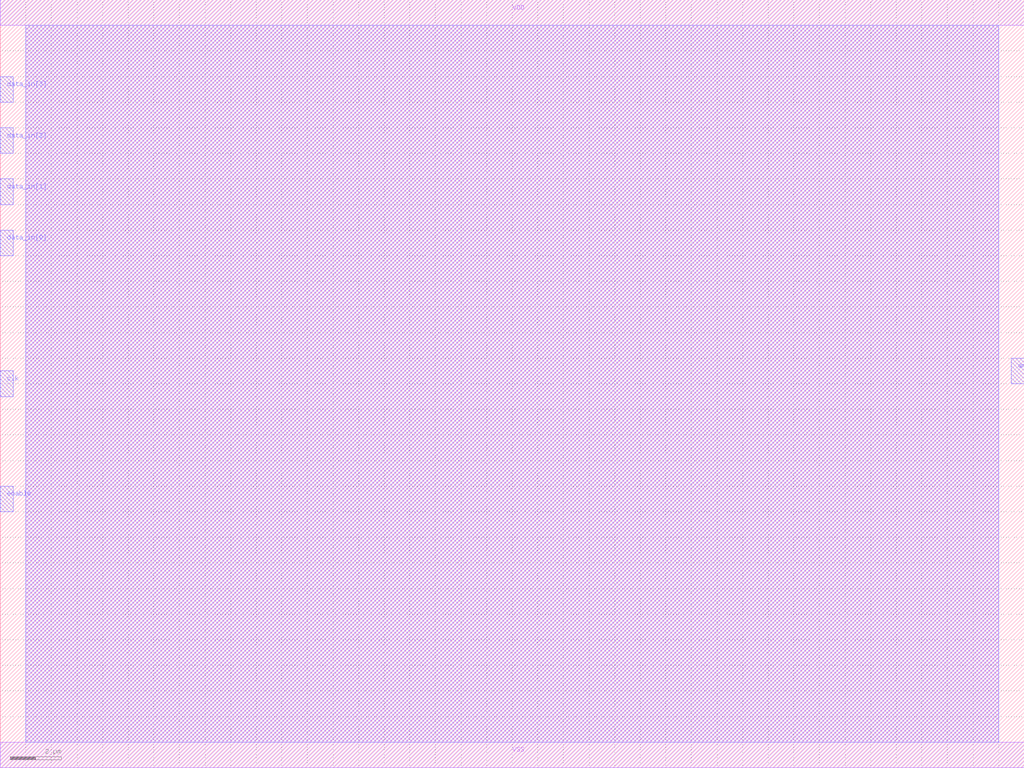
<source format=lef>
VERSION 5.8 ;
BUSBITCHARS "[]" ;
DIVIDERCHAR "/" ;

MACRO analog_macro
  CLASS BLOCK ;
  FOREIGN analog_macro ;
  ORIGIN 0 0 ;
  SIZE 40 BY 30 ;
  SYMMETRY X Y ;

  PIN clk
    DIRECTION INPUT ;
    USE CLOCK ;
    PORT
      LAYER met2 ;
        RECT 0.0 14.5 0.5 15.5 ;
    END
  END clk

  PIN enable
    DIRECTION INPUT ;
    USE SIGNAL ;
    PORT
      LAYER met2 ;
        RECT 0.0 10.0 0.5 11.0 ;
    END
  END enable

  PIN data_in[0]
    DIRECTION INPUT ;
    USE SIGNAL ;
    PORT
      LAYER met2 ;
        RECT 0.0 20.0 0.5 21.0 ;
    END
  END data_in[0]

  PIN data_in[1]
    DIRECTION INPUT ;
    USE SIGNAL ;
    PORT
      LAYER met2 ;
        RECT 0.0 22.0 0.5 23.0 ;
    END
  END data_in[1]

  PIN data_in[2]
    DIRECTION INPUT ;
    USE SIGNAL ;
    PORT
      LAYER met2 ;
        RECT 0.0 24.0 0.5 25.0 ;
    END
  END data_in[2]

  PIN data_in[3]
    DIRECTION INPUT ;
    USE SIGNAL ;
    PORT
      LAYER met2 ;
        RECT 0.0 26.0 0.5 27.0 ;
    END
  END data_in[3]

  PIN analog_out
    DIRECTION OUTPUT ;
    USE SIGNAL ;
    PORT
      LAYER met2 ;
        RECT 39.5 15.0 40.0 16.0 ;
    END
  END analog_out

  PIN VDD
    DIRECTION INOUT ;
    USE POWER ;
    PORT
      LAYER met1 ;
        RECT 0.0 29.0 40.0 30.0 ;
    END
  END VDD

  PIN VSS
    DIRECTION INOUT ;
    USE GROUND ;
    PORT
      LAYER met1 ;
        RECT 0.0 0.0 40.0 1.0 ;
    END
  END VSS

  OBS
    LAYER met1 ;
      RECT 1.0 1.0 39.0 29.0 ;
    LAYER met2 ;
      RECT 1.0 1.0 39.0 29.0 ;
  END

END analog_macro

END LIBRARY

</source>
